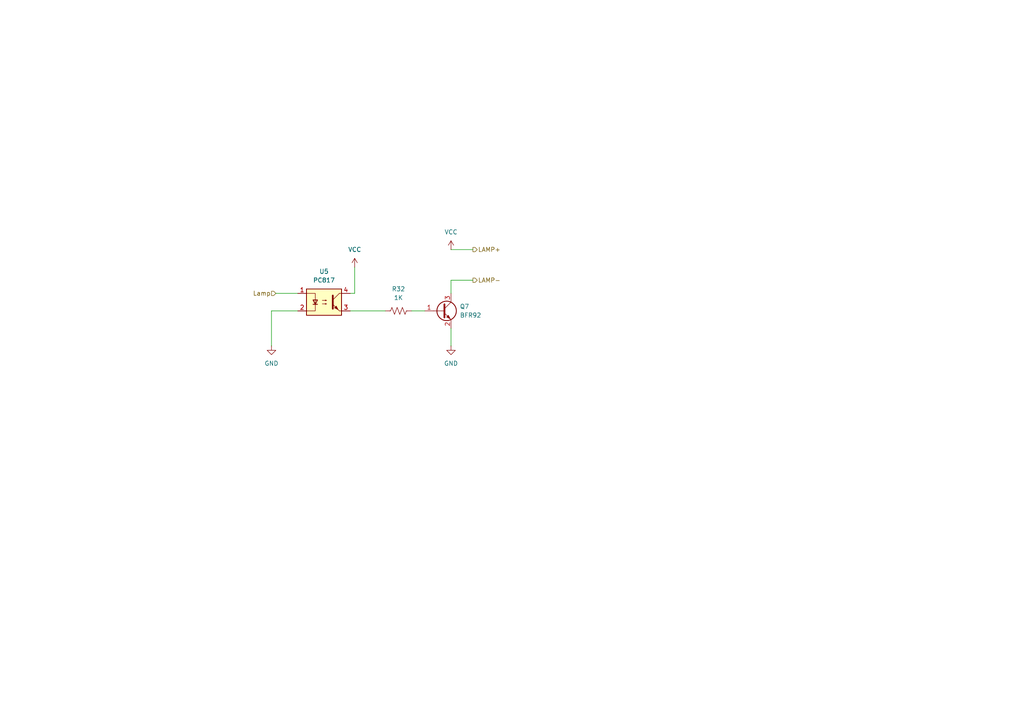
<source format=kicad_sch>
(kicad_sch
	(version 20250114)
	(generator "eeschema")
	(generator_version "9.0")
	(uuid "16728758-6d55-4fac-a59d-e4f5f08e608d")
	(paper "A4")
	(lib_symbols
		(symbol "Device:R_US"
			(pin_numbers
				(hide yes)
			)
			(pin_names
				(offset 0)
			)
			(exclude_from_sim no)
			(in_bom yes)
			(on_board yes)
			(property "Reference" "R"
				(at 2.54 0 90)
				(effects
					(font
						(size 1.27 1.27)
					)
				)
			)
			(property "Value" "R_US"
				(at -2.54 0 90)
				(effects
					(font
						(size 1.27 1.27)
					)
				)
			)
			(property "Footprint" ""
				(at 1.016 -0.254 90)
				(effects
					(font
						(size 1.27 1.27)
					)
					(hide yes)
				)
			)
			(property "Datasheet" "~"
				(at 0 0 0)
				(effects
					(font
						(size 1.27 1.27)
					)
					(hide yes)
				)
			)
			(property "Description" "Resistor, US symbol"
				(at 0 0 0)
				(effects
					(font
						(size 1.27 1.27)
					)
					(hide yes)
				)
			)
			(property "ki_keywords" "R res resistor"
				(at 0 0 0)
				(effects
					(font
						(size 1.27 1.27)
					)
					(hide yes)
				)
			)
			(property "ki_fp_filters" "R_*"
				(at 0 0 0)
				(effects
					(font
						(size 1.27 1.27)
					)
					(hide yes)
				)
			)
			(symbol "R_US_0_1"
				(polyline
					(pts
						(xy 0 2.286) (xy 0 2.54)
					)
					(stroke
						(width 0)
						(type default)
					)
					(fill
						(type none)
					)
				)
				(polyline
					(pts
						(xy 0 2.286) (xy 1.016 1.905) (xy 0 1.524) (xy -1.016 1.143) (xy 0 0.762)
					)
					(stroke
						(width 0)
						(type default)
					)
					(fill
						(type none)
					)
				)
				(polyline
					(pts
						(xy 0 0.762) (xy 1.016 0.381) (xy 0 0) (xy -1.016 -0.381) (xy 0 -0.762)
					)
					(stroke
						(width 0)
						(type default)
					)
					(fill
						(type none)
					)
				)
				(polyline
					(pts
						(xy 0 -0.762) (xy 1.016 -1.143) (xy 0 -1.524) (xy -1.016 -1.905) (xy 0 -2.286)
					)
					(stroke
						(width 0)
						(type default)
					)
					(fill
						(type none)
					)
				)
				(polyline
					(pts
						(xy 0 -2.286) (xy 0 -2.54)
					)
					(stroke
						(width 0)
						(type default)
					)
					(fill
						(type none)
					)
				)
			)
			(symbol "R_US_1_1"
				(pin passive line
					(at 0 3.81 270)
					(length 1.27)
					(name "~"
						(effects
							(font
								(size 1.27 1.27)
							)
						)
					)
					(number "1"
						(effects
							(font
								(size 1.27 1.27)
							)
						)
					)
				)
				(pin passive line
					(at 0 -3.81 90)
					(length 1.27)
					(name "~"
						(effects
							(font
								(size 1.27 1.27)
							)
						)
					)
					(number "2"
						(effects
							(font
								(size 1.27 1.27)
							)
						)
					)
				)
			)
			(embedded_fonts no)
		)
		(symbol "Isolator:PC817"
			(pin_names
				(offset 1.016)
			)
			(exclude_from_sim no)
			(in_bom yes)
			(on_board yes)
			(property "Reference" "U"
				(at -5.08 5.08 0)
				(effects
					(font
						(size 1.27 1.27)
					)
					(justify left)
				)
			)
			(property "Value" "PC817"
				(at 0 5.08 0)
				(effects
					(font
						(size 1.27 1.27)
					)
					(justify left)
				)
			)
			(property "Footprint" "Package_DIP:DIP-4_W7.62mm"
				(at -5.08 -5.08 0)
				(effects
					(font
						(size 1.27 1.27)
						(italic yes)
					)
					(justify left)
					(hide yes)
				)
			)
			(property "Datasheet" "http://www.soselectronic.cz/a_info/resource/d/pc817.pdf"
				(at 0 0 0)
				(effects
					(font
						(size 1.27 1.27)
					)
					(justify left)
					(hide yes)
				)
			)
			(property "Description" "DC Optocoupler, Vce 35V, CTR 50-300%, DIP-4"
				(at 0 0 0)
				(effects
					(font
						(size 1.27 1.27)
					)
					(hide yes)
				)
			)
			(property "ki_keywords" "NPN DC Optocoupler"
				(at 0 0 0)
				(effects
					(font
						(size 1.27 1.27)
					)
					(hide yes)
				)
			)
			(property "ki_fp_filters" "DIP*W7.62mm*"
				(at 0 0 0)
				(effects
					(font
						(size 1.27 1.27)
					)
					(hide yes)
				)
			)
			(symbol "PC817_0_1"
				(rectangle
					(start -5.08 3.81)
					(end 5.08 -3.81)
					(stroke
						(width 0.254)
						(type default)
					)
					(fill
						(type background)
					)
				)
				(polyline
					(pts
						(xy -5.08 2.54) (xy -2.54 2.54) (xy -2.54 -0.635)
					)
					(stroke
						(width 0)
						(type default)
					)
					(fill
						(type none)
					)
				)
				(polyline
					(pts
						(xy -3.175 -0.635) (xy -1.905 -0.635)
					)
					(stroke
						(width 0.254)
						(type default)
					)
					(fill
						(type none)
					)
				)
				(polyline
					(pts
						(xy -2.54 -0.635) (xy -2.54 -2.54) (xy -5.08 -2.54)
					)
					(stroke
						(width 0)
						(type default)
					)
					(fill
						(type none)
					)
				)
				(polyline
					(pts
						(xy -2.54 -0.635) (xy -3.175 0.635) (xy -1.905 0.635) (xy -2.54 -0.635)
					)
					(stroke
						(width 0.254)
						(type default)
					)
					(fill
						(type none)
					)
				)
				(polyline
					(pts
						(xy -0.508 0.508) (xy 0.762 0.508) (xy 0.381 0.381) (xy 0.381 0.635) (xy 0.762 0.508)
					)
					(stroke
						(width 0)
						(type default)
					)
					(fill
						(type none)
					)
				)
				(polyline
					(pts
						(xy -0.508 -0.508) (xy 0.762 -0.508) (xy 0.381 -0.635) (xy 0.381 -0.381) (xy 0.762 -0.508)
					)
					(stroke
						(width 0)
						(type default)
					)
					(fill
						(type none)
					)
				)
				(polyline
					(pts
						(xy 2.54 1.905) (xy 2.54 -1.905) (xy 2.54 -1.905)
					)
					(stroke
						(width 0.508)
						(type default)
					)
					(fill
						(type none)
					)
				)
				(polyline
					(pts
						(xy 2.54 0.635) (xy 4.445 2.54)
					)
					(stroke
						(width 0)
						(type default)
					)
					(fill
						(type none)
					)
				)
				(polyline
					(pts
						(xy 3.048 -1.651) (xy 3.556 -1.143) (xy 4.064 -2.159) (xy 3.048 -1.651) (xy 3.048 -1.651)
					)
					(stroke
						(width 0)
						(type default)
					)
					(fill
						(type outline)
					)
				)
				(polyline
					(pts
						(xy 4.445 2.54) (xy 5.08 2.54)
					)
					(stroke
						(width 0)
						(type default)
					)
					(fill
						(type none)
					)
				)
				(polyline
					(pts
						(xy 4.445 -2.54) (xy 2.54 -0.635)
					)
					(stroke
						(width 0)
						(type default)
					)
					(fill
						(type outline)
					)
				)
				(polyline
					(pts
						(xy 4.445 -2.54) (xy 5.08 -2.54)
					)
					(stroke
						(width 0)
						(type default)
					)
					(fill
						(type none)
					)
				)
			)
			(symbol "PC817_1_1"
				(pin passive line
					(at -7.62 2.54 0)
					(length 2.54)
					(name "~"
						(effects
							(font
								(size 1.27 1.27)
							)
						)
					)
					(number "1"
						(effects
							(font
								(size 1.27 1.27)
							)
						)
					)
				)
				(pin passive line
					(at -7.62 -2.54 0)
					(length 2.54)
					(name "~"
						(effects
							(font
								(size 1.27 1.27)
							)
						)
					)
					(number "2"
						(effects
							(font
								(size 1.27 1.27)
							)
						)
					)
				)
				(pin passive line
					(at 7.62 2.54 180)
					(length 2.54)
					(name "~"
						(effects
							(font
								(size 1.27 1.27)
							)
						)
					)
					(number "4"
						(effects
							(font
								(size 1.27 1.27)
							)
						)
					)
				)
				(pin passive line
					(at 7.62 -2.54 180)
					(length 2.54)
					(name "~"
						(effects
							(font
								(size 1.27 1.27)
							)
						)
					)
					(number "3"
						(effects
							(font
								(size 1.27 1.27)
							)
						)
					)
				)
			)
			(embedded_fonts no)
		)
		(symbol "Transistor_BJT:BFR92"
			(pin_names
				(offset 0)
				(hide yes)
			)
			(exclude_from_sim no)
			(in_bom yes)
			(on_board yes)
			(property "Reference" "Q"
				(at 5.08 1.905 0)
				(effects
					(font
						(size 1.27 1.27)
					)
					(justify left)
				)
			)
			(property "Value" "BFR92"
				(at 5.08 0 0)
				(effects
					(font
						(size 1.27 1.27)
					)
					(justify left)
				)
			)
			(property "Footprint" "Package_TO_SOT_SMD:SOT-323_SC-70"
				(at 5.08 -1.905 0)
				(effects
					(font
						(size 1.27 1.27)
						(italic yes)
					)
					(justify left)
					(hide yes)
				)
			)
			(property "Datasheet" "https://assets.nexperia.com/documents/data-sheet/BFR92A_N.pdf"
				(at 0 0 0)
				(effects
					(font
						(size 1.27 1.27)
					)
					(justify left)
					(hide yes)
				)
			)
			(property "Description" "0.025A Ic, 15V Vce, 5GHz Wideband NPN Transistor, SOT-323"
				(at 0 0 0)
				(effects
					(font
						(size 1.27 1.27)
					)
					(hide yes)
				)
			)
			(property "ki_keywords" "RF 5GHz NPN Transistor"
				(at 0 0 0)
				(effects
					(font
						(size 1.27 1.27)
					)
					(hide yes)
				)
			)
			(property "ki_fp_filters" "SOT?323*"
				(at 0 0 0)
				(effects
					(font
						(size 1.27 1.27)
					)
					(hide yes)
				)
			)
			(symbol "BFR92_0_1"
				(polyline
					(pts
						(xy -2.54 0) (xy 0.635 0)
					)
					(stroke
						(width 0)
						(type default)
					)
					(fill
						(type none)
					)
				)
				(polyline
					(pts
						(xy 0.635 1.905) (xy 0.635 -1.905)
					)
					(stroke
						(width 0.508)
						(type default)
					)
					(fill
						(type none)
					)
				)
				(circle
					(center 1.27 0)
					(radius 2.8194)
					(stroke
						(width 0.254)
						(type default)
					)
					(fill
						(type none)
					)
				)
			)
			(symbol "BFR92_1_1"
				(polyline
					(pts
						(xy 0.635 0.635) (xy 2.54 2.54)
					)
					(stroke
						(width 0)
						(type default)
					)
					(fill
						(type none)
					)
				)
				(polyline
					(pts
						(xy 0.635 -0.635) (xy 2.54 -2.54)
					)
					(stroke
						(width 0)
						(type default)
					)
					(fill
						(type none)
					)
				)
				(polyline
					(pts
						(xy 1.27 -1.778) (xy 1.778 -1.27) (xy 2.286 -2.286) (xy 1.27 -1.778)
					)
					(stroke
						(width 0)
						(type default)
					)
					(fill
						(type outline)
					)
				)
				(pin input line
					(at -5.08 0 0)
					(length 2.54)
					(name "B"
						(effects
							(font
								(size 1.27 1.27)
							)
						)
					)
					(number "1"
						(effects
							(font
								(size 1.27 1.27)
							)
						)
					)
				)
				(pin passive line
					(at 2.54 5.08 270)
					(length 2.54)
					(name "C"
						(effects
							(font
								(size 1.27 1.27)
							)
						)
					)
					(number "3"
						(effects
							(font
								(size 1.27 1.27)
							)
						)
					)
				)
				(pin passive line
					(at 2.54 -5.08 90)
					(length 2.54)
					(name "E"
						(effects
							(font
								(size 1.27 1.27)
							)
						)
					)
					(number "2"
						(effects
							(font
								(size 1.27 1.27)
							)
						)
					)
				)
			)
			(embedded_fonts no)
		)
		(symbol "power:GND"
			(power)
			(pin_numbers
				(hide yes)
			)
			(pin_names
				(offset 0)
				(hide yes)
			)
			(exclude_from_sim no)
			(in_bom yes)
			(on_board yes)
			(property "Reference" "#PWR"
				(at 0 -6.35 0)
				(effects
					(font
						(size 1.27 1.27)
					)
					(hide yes)
				)
			)
			(property "Value" "GND"
				(at 0 -3.81 0)
				(effects
					(font
						(size 1.27 1.27)
					)
				)
			)
			(property "Footprint" ""
				(at 0 0 0)
				(effects
					(font
						(size 1.27 1.27)
					)
					(hide yes)
				)
			)
			(property "Datasheet" ""
				(at 0 0 0)
				(effects
					(font
						(size 1.27 1.27)
					)
					(hide yes)
				)
			)
			(property "Description" "Power symbol creates a global label with name \"GND\" , ground"
				(at 0 0 0)
				(effects
					(font
						(size 1.27 1.27)
					)
					(hide yes)
				)
			)
			(property "ki_keywords" "global power"
				(at 0 0 0)
				(effects
					(font
						(size 1.27 1.27)
					)
					(hide yes)
				)
			)
			(symbol "GND_0_1"
				(polyline
					(pts
						(xy 0 0) (xy 0 -1.27) (xy 1.27 -1.27) (xy 0 -2.54) (xy -1.27 -1.27) (xy 0 -1.27)
					)
					(stroke
						(width 0)
						(type default)
					)
					(fill
						(type none)
					)
				)
			)
			(symbol "GND_1_1"
				(pin power_in line
					(at 0 0 270)
					(length 0)
					(name "~"
						(effects
							(font
								(size 1.27 1.27)
							)
						)
					)
					(number "1"
						(effects
							(font
								(size 1.27 1.27)
							)
						)
					)
				)
			)
			(embedded_fonts no)
		)
		(symbol "power:VCC"
			(power)
			(pin_numbers
				(hide yes)
			)
			(pin_names
				(offset 0)
				(hide yes)
			)
			(exclude_from_sim no)
			(in_bom yes)
			(on_board yes)
			(property "Reference" "#PWR"
				(at 0 -3.81 0)
				(effects
					(font
						(size 1.27 1.27)
					)
					(hide yes)
				)
			)
			(property "Value" "VCC"
				(at 0 3.556 0)
				(effects
					(font
						(size 1.27 1.27)
					)
				)
			)
			(property "Footprint" ""
				(at 0 0 0)
				(effects
					(font
						(size 1.27 1.27)
					)
					(hide yes)
				)
			)
			(property "Datasheet" ""
				(at 0 0 0)
				(effects
					(font
						(size 1.27 1.27)
					)
					(hide yes)
				)
			)
			(property "Description" "Power symbol creates a global label with name \"VCC\""
				(at 0 0 0)
				(effects
					(font
						(size 1.27 1.27)
					)
					(hide yes)
				)
			)
			(property "ki_keywords" "global power"
				(at 0 0 0)
				(effects
					(font
						(size 1.27 1.27)
					)
					(hide yes)
				)
			)
			(symbol "VCC_0_1"
				(polyline
					(pts
						(xy -0.762 1.27) (xy 0 2.54)
					)
					(stroke
						(width 0)
						(type default)
					)
					(fill
						(type none)
					)
				)
				(polyline
					(pts
						(xy 0 2.54) (xy 0.762 1.27)
					)
					(stroke
						(width 0)
						(type default)
					)
					(fill
						(type none)
					)
				)
				(polyline
					(pts
						(xy 0 0) (xy 0 2.54)
					)
					(stroke
						(width 0)
						(type default)
					)
					(fill
						(type none)
					)
				)
			)
			(symbol "VCC_1_1"
				(pin power_in line
					(at 0 0 90)
					(length 0)
					(name "~"
						(effects
							(font
								(size 1.27 1.27)
							)
						)
					)
					(number "1"
						(effects
							(font
								(size 1.27 1.27)
							)
						)
					)
				)
			)
			(embedded_fonts no)
		)
	)
	(wire
		(pts
			(xy 78.74 90.17) (xy 86.36 90.17)
		)
		(stroke
			(width 0)
			(type default)
		)
		(uuid "10f5e34a-eec8-4dfc-a623-a27c6d80baba")
	)
	(wire
		(pts
			(xy 137.16 81.28) (xy 130.81 81.28)
		)
		(stroke
			(width 0)
			(type default)
		)
		(uuid "437a8772-6fe0-4521-b372-957e52e4d356")
	)
	(wire
		(pts
			(xy 80.01 85.09) (xy 86.36 85.09)
		)
		(stroke
			(width 0)
			(type default)
		)
		(uuid "634d7466-5b3b-4ab1-addc-e87e385d19cf")
	)
	(wire
		(pts
			(xy 119.38 90.17) (xy 123.19 90.17)
		)
		(stroke
			(width 0)
			(type default)
		)
		(uuid "801fa875-bafa-4c2c-b77e-e24e066dd98e")
	)
	(wire
		(pts
			(xy 102.87 77.47) (xy 102.87 85.09)
		)
		(stroke
			(width 0)
			(type default)
		)
		(uuid "9012eae5-5081-4abf-a29e-37263b7b6b89")
	)
	(wire
		(pts
			(xy 130.81 95.25) (xy 130.81 100.33)
		)
		(stroke
			(width 0)
			(type default)
		)
		(uuid "a0f084ff-b2f6-4ce6-aa9f-8e7d86f5b4b4")
	)
	(wire
		(pts
			(xy 130.81 81.28) (xy 130.81 85.09)
		)
		(stroke
			(width 0)
			(type default)
		)
		(uuid "aa8c6bd4-0812-44b2-99ea-7796841ef10f")
	)
	(wire
		(pts
			(xy 101.6 90.17) (xy 111.76 90.17)
		)
		(stroke
			(width 0)
			(type default)
		)
		(uuid "acae3e44-f371-40a4-98d9-ffdc516eaef0")
	)
	(wire
		(pts
			(xy 102.87 85.09) (xy 101.6 85.09)
		)
		(stroke
			(width 0)
			(type default)
		)
		(uuid "aeaa966f-560c-4eca-9d2b-ee0178551415")
	)
	(wire
		(pts
			(xy 78.74 100.33) (xy 78.74 90.17)
		)
		(stroke
			(width 0)
			(type default)
		)
		(uuid "bd05d0dd-8e07-4838-98c5-496edd33d12c")
	)
	(wire
		(pts
			(xy 137.16 72.39) (xy 130.81 72.39)
		)
		(stroke
			(width 0)
			(type default)
		)
		(uuid "f880d2ea-62fa-4086-90c2-8d71a7acbb82")
	)
	(hierarchical_label "Lamp"
		(shape input)
		(at 80.01 85.09 180)
		(effects
			(font
				(size 1.27 1.27)
			)
			(justify right)
		)
		(uuid "27b2d976-39b0-4e92-8b45-4d0ac869d64d")
	)
	(hierarchical_label "LAMP-"
		(shape output)
		(at 137.16 81.28 0)
		(effects
			(font
				(size 1.27 1.27)
			)
			(justify left)
		)
		(uuid "74a3129a-19af-4d78-b535-e17d1aed60af")
	)
	(hierarchical_label "LAMP+"
		(shape output)
		(at 137.16 72.39 0)
		(effects
			(font
				(size 1.27 1.27)
			)
			(justify left)
		)
		(uuid "cd5f18f2-d310-42e8-bc57-e285de997b81")
	)
	(symbol
		(lib_id "Isolator:PC817")
		(at 93.98 87.63 0)
		(unit 1)
		(exclude_from_sim no)
		(in_bom yes)
		(on_board yes)
		(dnp no)
		(uuid "39f7f107-17bd-456d-9079-1ffe68cfbf61")
		(property "Reference" "U5"
			(at 93.98 78.74 0)
			(effects
				(font
					(size 1.27 1.27)
				)
			)
		)
		(property "Value" "PC817"
			(at 93.98 81.28 0)
			(effects
				(font
					(size 1.27 1.27)
				)
			)
		)
		(property "Footprint" "Package_DIP:DIP-4_W7.62mm"
			(at 88.9 92.71 0)
			(effects
				(font
					(size 1.27 1.27)
					(italic yes)
				)
				(justify left)
				(hide yes)
			)
		)
		(property "Datasheet" "http://www.soselectronic.cz/a_info/resource/d/pc817.pdf"
			(at 93.98 87.63 0)
			(effects
				(font
					(size 1.27 1.27)
				)
				(justify left)
				(hide yes)
			)
		)
		(property "Description" "DC Optocoupler, Vce 35V, CTR 50-300%, DIP-4"
			(at 93.98 87.63 0)
			(effects
				(font
					(size 1.27 1.27)
				)
				(hide yes)
			)
		)
		(pin "1"
			(uuid "790f3a0c-9c52-4055-be88-d8c4a34d3af1")
		)
		(pin "3"
			(uuid "da91f754-65fb-4df8-84b1-ff208f07a16a")
		)
		(pin "2"
			(uuid "7ed20e11-242b-4b0c-8461-5ba17dabe76b")
		)
		(pin "4"
			(uuid "62923fb5-908e-4bf7-8213-b3425cd8b8cd")
		)
		(instances
			(project "Micro_puerta"
				(path "/1b977d99-1d22-4971-9e37-13f65a474bc7/be4a5a19-382f-465e-8ce7-b4d36dda7d2a/bfcc3fa2-33a1-42b9-9f87-e8fbea842790"
					(reference "U5")
					(unit 1)
				)
			)
		)
	)
	(symbol
		(lib_id "power:VCC")
		(at 102.87 77.47 0)
		(unit 1)
		(exclude_from_sim no)
		(in_bom yes)
		(on_board yes)
		(dnp no)
		(fields_autoplaced yes)
		(uuid "73536991-d0ec-4040-be35-b7f92110cac8")
		(property "Reference" "#PWR049"
			(at 102.87 81.28 0)
			(effects
				(font
					(size 1.27 1.27)
				)
				(hide yes)
			)
		)
		(property "Value" "VCC"
			(at 102.87 72.39 0)
			(effects
				(font
					(size 1.27 1.27)
				)
			)
		)
		(property "Footprint" ""
			(at 102.87 77.47 0)
			(effects
				(font
					(size 1.27 1.27)
				)
				(hide yes)
			)
		)
		(property "Datasheet" ""
			(at 102.87 77.47 0)
			(effects
				(font
					(size 1.27 1.27)
				)
				(hide yes)
			)
		)
		(property "Description" "Power symbol creates a global label with name \"VCC\""
			(at 102.87 77.47 0)
			(effects
				(font
					(size 1.27 1.27)
				)
				(hide yes)
			)
		)
		(pin "1"
			(uuid "e9599f09-023f-4f86-9d6f-5cb98407b78c")
		)
		(instances
			(project ""
				(path "/1b977d99-1d22-4971-9e37-13f65a474bc7/be4a5a19-382f-465e-8ce7-b4d36dda7d2a/bfcc3fa2-33a1-42b9-9f87-e8fbea842790"
					(reference "#PWR049")
					(unit 1)
				)
			)
		)
	)
	(symbol
		(lib_id "power:GND")
		(at 130.81 100.33 0)
		(unit 1)
		(exclude_from_sim no)
		(in_bom yes)
		(on_board yes)
		(dnp no)
		(fields_autoplaced yes)
		(uuid "86e77d8c-a511-40bf-b5e3-c408d5b990a1")
		(property "Reference" "#PWR047"
			(at 130.81 106.68 0)
			(effects
				(font
					(size 1.27 1.27)
				)
				(hide yes)
			)
		)
		(property "Value" "GND"
			(at 130.81 105.41 0)
			(effects
				(font
					(size 1.27 1.27)
				)
			)
		)
		(property "Footprint" ""
			(at 130.81 100.33 0)
			(effects
				(font
					(size 1.27 1.27)
				)
				(hide yes)
			)
		)
		(property "Datasheet" ""
			(at 130.81 100.33 0)
			(effects
				(font
					(size 1.27 1.27)
				)
				(hide yes)
			)
		)
		(property "Description" "Power symbol creates a global label with name \"GND\" , ground"
			(at 130.81 100.33 0)
			(effects
				(font
					(size 1.27 1.27)
				)
				(hide yes)
			)
		)
		(pin "1"
			(uuid "62ecc9b9-68c9-46c9-8a38-5ecad11e719e")
		)
		(instances
			(project ""
				(path "/1b977d99-1d22-4971-9e37-13f65a474bc7/be4a5a19-382f-465e-8ce7-b4d36dda7d2a/bfcc3fa2-33a1-42b9-9f87-e8fbea842790"
					(reference "#PWR047")
					(unit 1)
				)
			)
		)
	)
	(symbol
		(lib_id "power:VCC")
		(at 130.81 72.39 0)
		(unit 1)
		(exclude_from_sim no)
		(in_bom yes)
		(on_board yes)
		(dnp no)
		(fields_autoplaced yes)
		(uuid "9fddc0de-b4c2-40d6-b480-c432633a38fc")
		(property "Reference" "#PWR054"
			(at 130.81 76.2 0)
			(effects
				(font
					(size 1.27 1.27)
				)
				(hide yes)
			)
		)
		(property "Value" "VCC"
			(at 130.81 67.31 0)
			(effects
				(font
					(size 1.27 1.27)
				)
			)
		)
		(property "Footprint" ""
			(at 130.81 72.39 0)
			(effects
				(font
					(size 1.27 1.27)
				)
				(hide yes)
			)
		)
		(property "Datasheet" ""
			(at 130.81 72.39 0)
			(effects
				(font
					(size 1.27 1.27)
				)
				(hide yes)
			)
		)
		(property "Description" "Power symbol creates a global label with name \"VCC\""
			(at 130.81 72.39 0)
			(effects
				(font
					(size 1.27 1.27)
				)
				(hide yes)
			)
		)
		(pin "1"
			(uuid "3122572d-db11-4216-8a69-9993d7faa3ce")
		)
		(instances
			(project "Micro_puerta"
				(path "/1b977d99-1d22-4971-9e37-13f65a474bc7/be4a5a19-382f-465e-8ce7-b4d36dda7d2a/bfcc3fa2-33a1-42b9-9f87-e8fbea842790"
					(reference "#PWR054")
					(unit 1)
				)
			)
		)
	)
	(symbol
		(lib_id "Transistor_BJT:BFR92")
		(at 128.27 90.17 0)
		(unit 1)
		(exclude_from_sim no)
		(in_bom yes)
		(on_board yes)
		(dnp no)
		(uuid "a9793680-d3f5-44ba-85b3-41b2becc870e")
		(property "Reference" "Q7"
			(at 133.35 88.8999 0)
			(effects
				(font
					(size 1.27 1.27)
				)
				(justify left)
			)
		)
		(property "Value" "BFR92"
			(at 133.35 91.4399 0)
			(effects
				(font
					(size 1.27 1.27)
				)
				(justify left)
			)
		)
		(property "Footprint" "Package_TO_SOT_SMD:SOT-323_SC-70"
			(at 133.35 92.075 0)
			(effects
				(font
					(size 1.27 1.27)
					(italic yes)
				)
				(justify left)
				(hide yes)
			)
		)
		(property "Datasheet" "https://assets.nexperia.com/documents/data-sheet/BFR92A_N.pdf"
			(at 128.27 90.17 0)
			(effects
				(font
					(size 1.27 1.27)
				)
				(justify left)
				(hide yes)
			)
		)
		(property "Description" "0.025A Ic, 15V Vce, 5GHz Wideband NPN Transistor, SOT-323"
			(at 128.27 90.17 0)
			(effects
				(font
					(size 1.27 1.27)
				)
				(hide yes)
			)
		)
		(pin "1"
			(uuid "33232464-8de4-44f1-aef0-e442a04f3ffc")
		)
		(pin "2"
			(uuid "2bb15d42-b37a-438b-a715-ba4c80bd3edd")
		)
		(pin "3"
			(uuid "882e202d-e09d-44a9-b01a-e32dbaee63d0")
		)
		(instances
			(project "Micro_puerta"
				(path "/1b977d99-1d22-4971-9e37-13f65a474bc7/be4a5a19-382f-465e-8ce7-b4d36dda7d2a/bfcc3fa2-33a1-42b9-9f87-e8fbea842790"
					(reference "Q7")
					(unit 1)
				)
			)
		)
	)
	(symbol
		(lib_id "Device:R_US")
		(at 115.57 90.17 270)
		(unit 1)
		(exclude_from_sim no)
		(in_bom yes)
		(on_board yes)
		(dnp no)
		(fields_autoplaced yes)
		(uuid "ec9a2895-c921-4a11-855c-05b83888fb02")
		(property "Reference" "R32"
			(at 115.57 83.82 90)
			(effects
				(font
					(size 1.27 1.27)
				)
			)
		)
		(property "Value" "1K"
			(at 115.57 86.36 90)
			(effects
				(font
					(size 1.27 1.27)
				)
			)
		)
		(property "Footprint" "Resistor_SMD:R_0201_0603Metric"
			(at 115.316 91.186 90)
			(effects
				(font
					(size 1.27 1.27)
				)
				(hide yes)
			)
		)
		(property "Datasheet" "~"
			(at 115.57 90.17 0)
			(effects
				(font
					(size 1.27 1.27)
				)
				(hide yes)
			)
		)
		(property "Description" "Resistor, US symbol"
			(at 115.57 90.17 0)
			(effects
				(font
					(size 1.27 1.27)
				)
				(hide yes)
			)
		)
		(pin "1"
			(uuid "83a533c2-8f9c-4eee-bb08-4eec670a1803")
		)
		(pin "2"
			(uuid "0d167e4b-e9ae-465e-824f-62f10e815482")
		)
		(instances
			(project "Micro_puerta"
				(path "/1b977d99-1d22-4971-9e37-13f65a474bc7/be4a5a19-382f-465e-8ce7-b4d36dda7d2a/bfcc3fa2-33a1-42b9-9f87-e8fbea842790"
					(reference "R32")
					(unit 1)
				)
			)
		)
	)
	(symbol
		(lib_id "power:GND")
		(at 78.74 100.33 0)
		(unit 1)
		(exclude_from_sim no)
		(in_bom yes)
		(on_board yes)
		(dnp no)
		(fields_autoplaced yes)
		(uuid "ff4ee01f-f48b-4d85-b52e-9fd5eed3a0f9")
		(property "Reference" "#PWR050"
			(at 78.74 106.68 0)
			(effects
				(font
					(size 1.27 1.27)
				)
				(hide yes)
			)
		)
		(property "Value" "GND"
			(at 78.74 105.41 0)
			(effects
				(font
					(size 1.27 1.27)
				)
			)
		)
		(property "Footprint" ""
			(at 78.74 100.33 0)
			(effects
				(font
					(size 1.27 1.27)
				)
				(hide yes)
			)
		)
		(property "Datasheet" ""
			(at 78.74 100.33 0)
			(effects
				(font
					(size 1.27 1.27)
				)
				(hide yes)
			)
		)
		(property "Description" "Power symbol creates a global label with name \"GND\" , ground"
			(at 78.74 100.33 0)
			(effects
				(font
					(size 1.27 1.27)
				)
				(hide yes)
			)
		)
		(pin "1"
			(uuid "eb19d7e6-bcc4-467c-918f-662781b7a165")
		)
		(instances
			(project "Micro_puerta"
				(path "/1b977d99-1d22-4971-9e37-13f65a474bc7/be4a5a19-382f-465e-8ce7-b4d36dda7d2a/bfcc3fa2-33a1-42b9-9f87-e8fbea842790"
					(reference "#PWR050")
					(unit 1)
				)
			)
		)
	)
)

</source>
